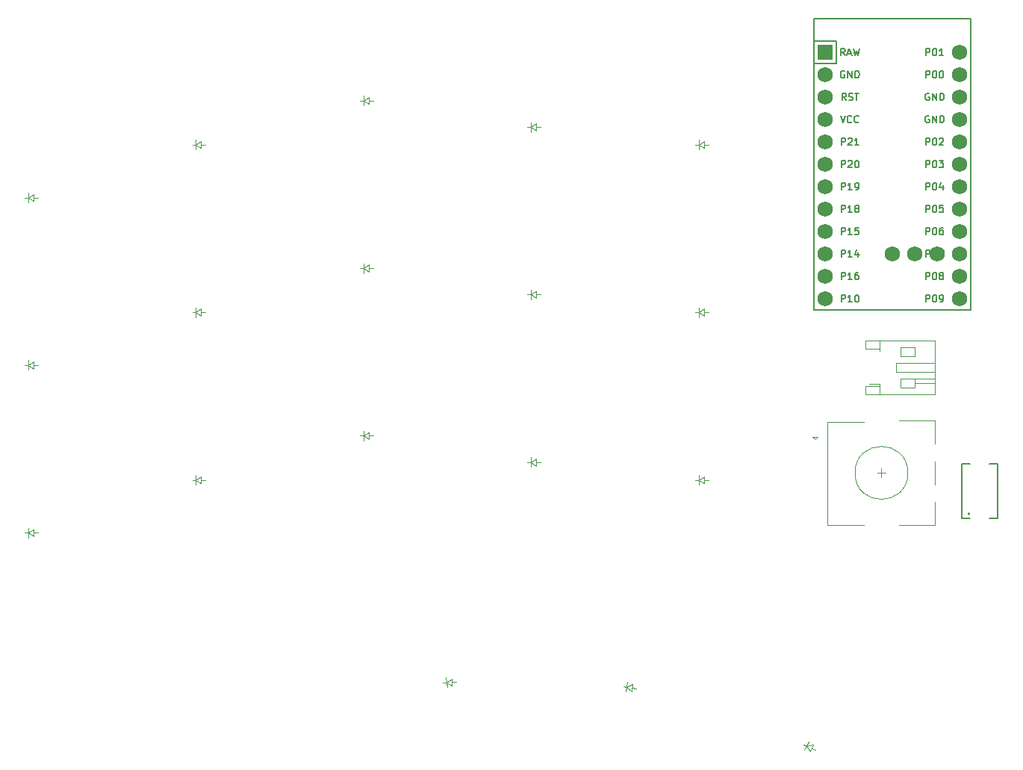
<source format=gbr>
%TF.GenerationSoftware,KiCad,Pcbnew,8.0.1*%
%TF.CreationDate,2024-03-26T11:55:02+01:00*%
%TF.ProjectId,main_board,6d61696e-5f62-46f6-9172-642e6b696361,v1.0.0*%
%TF.SameCoordinates,Original*%
%TF.FileFunction,Legend,Top*%
%TF.FilePolarity,Positive*%
%FSLAX46Y46*%
G04 Gerber Fmt 4.6, Leading zero omitted, Abs format (unit mm)*
G04 Created by KiCad (PCBNEW 8.0.1) date 2024-03-26 11:55:02*
%MOMM*%
%LPD*%
G01*
G04 APERTURE LIST*
%ADD10C,0.150000*%
%ADD11C,0.100000*%
%ADD12C,0.120000*%
%ADD13C,0.200000*%
%ADD14R,1.752600X1.752600*%
%ADD15C,1.752600*%
G04 APERTURE END LIST*
D10*
X282828571Y-55922295D02*
X282828571Y-55122295D01*
X282828571Y-55122295D02*
X283133333Y-55122295D01*
X283133333Y-55122295D02*
X283209523Y-55160390D01*
X283209523Y-55160390D02*
X283247618Y-55198485D01*
X283247618Y-55198485D02*
X283285714Y-55274676D01*
X283285714Y-55274676D02*
X283285714Y-55388961D01*
X283285714Y-55388961D02*
X283247618Y-55465152D01*
X283247618Y-55465152D02*
X283209523Y-55503247D01*
X283209523Y-55503247D02*
X283133333Y-55541342D01*
X283133333Y-55541342D02*
X282828571Y-55541342D01*
X284047618Y-55922295D02*
X283590475Y-55922295D01*
X283819047Y-55922295D02*
X283819047Y-55122295D01*
X283819047Y-55122295D02*
X283742856Y-55236580D01*
X283742856Y-55236580D02*
X283666666Y-55312771D01*
X283666666Y-55312771D02*
X283590475Y-55350866D01*
X284504761Y-55465152D02*
X284428571Y-55427057D01*
X284428571Y-55427057D02*
X284390476Y-55388961D01*
X284390476Y-55388961D02*
X284352380Y-55312771D01*
X284352380Y-55312771D02*
X284352380Y-55274676D01*
X284352380Y-55274676D02*
X284390476Y-55198485D01*
X284390476Y-55198485D02*
X284428571Y-55160390D01*
X284428571Y-55160390D02*
X284504761Y-55122295D01*
X284504761Y-55122295D02*
X284657142Y-55122295D01*
X284657142Y-55122295D02*
X284733333Y-55160390D01*
X284733333Y-55160390D02*
X284771428Y-55198485D01*
X284771428Y-55198485D02*
X284809523Y-55274676D01*
X284809523Y-55274676D02*
X284809523Y-55312771D01*
X284809523Y-55312771D02*
X284771428Y-55388961D01*
X284771428Y-55388961D02*
X284733333Y-55427057D01*
X284733333Y-55427057D02*
X284657142Y-55465152D01*
X284657142Y-55465152D02*
X284504761Y-55465152D01*
X284504761Y-55465152D02*
X284428571Y-55503247D01*
X284428571Y-55503247D02*
X284390476Y-55541342D01*
X284390476Y-55541342D02*
X284352380Y-55617533D01*
X284352380Y-55617533D02*
X284352380Y-55769914D01*
X284352380Y-55769914D02*
X284390476Y-55846104D01*
X284390476Y-55846104D02*
X284428571Y-55884200D01*
X284428571Y-55884200D02*
X284504761Y-55922295D01*
X284504761Y-55922295D02*
X284657142Y-55922295D01*
X284657142Y-55922295D02*
X284733333Y-55884200D01*
X284733333Y-55884200D02*
X284771428Y-55846104D01*
X284771428Y-55846104D02*
X284809523Y-55769914D01*
X284809523Y-55769914D02*
X284809523Y-55617533D01*
X284809523Y-55617533D02*
X284771428Y-55541342D01*
X284771428Y-55541342D02*
X284733333Y-55503247D01*
X284733333Y-55503247D02*
X284657142Y-55465152D01*
X292428571Y-53382295D02*
X292428571Y-52582295D01*
X292428571Y-52582295D02*
X292733333Y-52582295D01*
X292733333Y-52582295D02*
X292809523Y-52620390D01*
X292809523Y-52620390D02*
X292847618Y-52658485D01*
X292847618Y-52658485D02*
X292885714Y-52734676D01*
X292885714Y-52734676D02*
X292885714Y-52848961D01*
X292885714Y-52848961D02*
X292847618Y-52925152D01*
X292847618Y-52925152D02*
X292809523Y-52963247D01*
X292809523Y-52963247D02*
X292733333Y-53001342D01*
X292733333Y-53001342D02*
X292428571Y-53001342D01*
X293380952Y-52582295D02*
X293457142Y-52582295D01*
X293457142Y-52582295D02*
X293533333Y-52620390D01*
X293533333Y-52620390D02*
X293571428Y-52658485D01*
X293571428Y-52658485D02*
X293609523Y-52734676D01*
X293609523Y-52734676D02*
X293647618Y-52887057D01*
X293647618Y-52887057D02*
X293647618Y-53077533D01*
X293647618Y-53077533D02*
X293609523Y-53229914D01*
X293609523Y-53229914D02*
X293571428Y-53306104D01*
X293571428Y-53306104D02*
X293533333Y-53344200D01*
X293533333Y-53344200D02*
X293457142Y-53382295D01*
X293457142Y-53382295D02*
X293380952Y-53382295D01*
X293380952Y-53382295D02*
X293304761Y-53344200D01*
X293304761Y-53344200D02*
X293266666Y-53306104D01*
X293266666Y-53306104D02*
X293228571Y-53229914D01*
X293228571Y-53229914D02*
X293190475Y-53077533D01*
X293190475Y-53077533D02*
X293190475Y-52887057D01*
X293190475Y-52887057D02*
X293228571Y-52734676D01*
X293228571Y-52734676D02*
X293266666Y-52658485D01*
X293266666Y-52658485D02*
X293304761Y-52620390D01*
X293304761Y-52620390D02*
X293380952Y-52582295D01*
X294333333Y-52848961D02*
X294333333Y-53382295D01*
X294142857Y-52544200D02*
X293952380Y-53115628D01*
X293952380Y-53115628D02*
X294447619Y-53115628D01*
X292428571Y-55922295D02*
X292428571Y-55122295D01*
X292428571Y-55122295D02*
X292733333Y-55122295D01*
X292733333Y-55122295D02*
X292809523Y-55160390D01*
X292809523Y-55160390D02*
X292847618Y-55198485D01*
X292847618Y-55198485D02*
X292885714Y-55274676D01*
X292885714Y-55274676D02*
X292885714Y-55388961D01*
X292885714Y-55388961D02*
X292847618Y-55465152D01*
X292847618Y-55465152D02*
X292809523Y-55503247D01*
X292809523Y-55503247D02*
X292733333Y-55541342D01*
X292733333Y-55541342D02*
X292428571Y-55541342D01*
X293380952Y-55122295D02*
X293457142Y-55122295D01*
X293457142Y-55122295D02*
X293533333Y-55160390D01*
X293533333Y-55160390D02*
X293571428Y-55198485D01*
X293571428Y-55198485D02*
X293609523Y-55274676D01*
X293609523Y-55274676D02*
X293647618Y-55427057D01*
X293647618Y-55427057D02*
X293647618Y-55617533D01*
X293647618Y-55617533D02*
X293609523Y-55769914D01*
X293609523Y-55769914D02*
X293571428Y-55846104D01*
X293571428Y-55846104D02*
X293533333Y-55884200D01*
X293533333Y-55884200D02*
X293457142Y-55922295D01*
X293457142Y-55922295D02*
X293380952Y-55922295D01*
X293380952Y-55922295D02*
X293304761Y-55884200D01*
X293304761Y-55884200D02*
X293266666Y-55846104D01*
X293266666Y-55846104D02*
X293228571Y-55769914D01*
X293228571Y-55769914D02*
X293190475Y-55617533D01*
X293190475Y-55617533D02*
X293190475Y-55427057D01*
X293190475Y-55427057D02*
X293228571Y-55274676D01*
X293228571Y-55274676D02*
X293266666Y-55198485D01*
X293266666Y-55198485D02*
X293304761Y-55160390D01*
X293304761Y-55160390D02*
X293380952Y-55122295D01*
X294371428Y-55122295D02*
X293990476Y-55122295D01*
X293990476Y-55122295D02*
X293952380Y-55503247D01*
X293952380Y-55503247D02*
X293990476Y-55465152D01*
X293990476Y-55465152D02*
X294066666Y-55427057D01*
X294066666Y-55427057D02*
X294257142Y-55427057D01*
X294257142Y-55427057D02*
X294333333Y-55465152D01*
X294333333Y-55465152D02*
X294371428Y-55503247D01*
X294371428Y-55503247D02*
X294409523Y-55579438D01*
X294409523Y-55579438D02*
X294409523Y-55769914D01*
X294409523Y-55769914D02*
X294371428Y-55846104D01*
X294371428Y-55846104D02*
X294333333Y-55884200D01*
X294333333Y-55884200D02*
X294257142Y-55922295D01*
X294257142Y-55922295D02*
X294066666Y-55922295D01*
X294066666Y-55922295D02*
X293990476Y-55884200D01*
X293990476Y-55884200D02*
X293952380Y-55846104D01*
X283361905Y-43222295D02*
X283095238Y-42841342D01*
X282904762Y-43222295D02*
X282904762Y-42422295D01*
X282904762Y-42422295D02*
X283209524Y-42422295D01*
X283209524Y-42422295D02*
X283285714Y-42460390D01*
X283285714Y-42460390D02*
X283323809Y-42498485D01*
X283323809Y-42498485D02*
X283361905Y-42574676D01*
X283361905Y-42574676D02*
X283361905Y-42688961D01*
X283361905Y-42688961D02*
X283323809Y-42765152D01*
X283323809Y-42765152D02*
X283285714Y-42803247D01*
X283285714Y-42803247D02*
X283209524Y-42841342D01*
X283209524Y-42841342D02*
X282904762Y-42841342D01*
X283666666Y-43184200D02*
X283780952Y-43222295D01*
X283780952Y-43222295D02*
X283971428Y-43222295D01*
X283971428Y-43222295D02*
X284047619Y-43184200D01*
X284047619Y-43184200D02*
X284085714Y-43146104D01*
X284085714Y-43146104D02*
X284123809Y-43069914D01*
X284123809Y-43069914D02*
X284123809Y-42993723D01*
X284123809Y-42993723D02*
X284085714Y-42917533D01*
X284085714Y-42917533D02*
X284047619Y-42879438D01*
X284047619Y-42879438D02*
X283971428Y-42841342D01*
X283971428Y-42841342D02*
X283819047Y-42803247D01*
X283819047Y-42803247D02*
X283742857Y-42765152D01*
X283742857Y-42765152D02*
X283704762Y-42727057D01*
X283704762Y-42727057D02*
X283666666Y-42650866D01*
X283666666Y-42650866D02*
X283666666Y-42574676D01*
X283666666Y-42574676D02*
X283704762Y-42498485D01*
X283704762Y-42498485D02*
X283742857Y-42460390D01*
X283742857Y-42460390D02*
X283819047Y-42422295D01*
X283819047Y-42422295D02*
X284009524Y-42422295D01*
X284009524Y-42422295D02*
X284123809Y-42460390D01*
X284352381Y-42422295D02*
X284809524Y-42422295D01*
X284580952Y-43222295D02*
X284580952Y-42422295D01*
X282828571Y-58462295D02*
X282828571Y-57662295D01*
X282828571Y-57662295D02*
X283133333Y-57662295D01*
X283133333Y-57662295D02*
X283209523Y-57700390D01*
X283209523Y-57700390D02*
X283247618Y-57738485D01*
X283247618Y-57738485D02*
X283285714Y-57814676D01*
X283285714Y-57814676D02*
X283285714Y-57928961D01*
X283285714Y-57928961D02*
X283247618Y-58005152D01*
X283247618Y-58005152D02*
X283209523Y-58043247D01*
X283209523Y-58043247D02*
X283133333Y-58081342D01*
X283133333Y-58081342D02*
X282828571Y-58081342D01*
X284047618Y-58462295D02*
X283590475Y-58462295D01*
X283819047Y-58462295D02*
X283819047Y-57662295D01*
X283819047Y-57662295D02*
X283742856Y-57776580D01*
X283742856Y-57776580D02*
X283666666Y-57852771D01*
X283666666Y-57852771D02*
X283590475Y-57890866D01*
X284771428Y-57662295D02*
X284390476Y-57662295D01*
X284390476Y-57662295D02*
X284352380Y-58043247D01*
X284352380Y-58043247D02*
X284390476Y-58005152D01*
X284390476Y-58005152D02*
X284466666Y-57967057D01*
X284466666Y-57967057D02*
X284657142Y-57967057D01*
X284657142Y-57967057D02*
X284733333Y-58005152D01*
X284733333Y-58005152D02*
X284771428Y-58043247D01*
X284771428Y-58043247D02*
X284809523Y-58119438D01*
X284809523Y-58119438D02*
X284809523Y-58309914D01*
X284809523Y-58309914D02*
X284771428Y-58386104D01*
X284771428Y-58386104D02*
X284733333Y-58424200D01*
X284733333Y-58424200D02*
X284657142Y-58462295D01*
X284657142Y-58462295D02*
X284466666Y-58462295D01*
X284466666Y-58462295D02*
X284390476Y-58424200D01*
X284390476Y-58424200D02*
X284352380Y-58386104D01*
X282828571Y-53382295D02*
X282828571Y-52582295D01*
X282828571Y-52582295D02*
X283133333Y-52582295D01*
X283133333Y-52582295D02*
X283209523Y-52620390D01*
X283209523Y-52620390D02*
X283247618Y-52658485D01*
X283247618Y-52658485D02*
X283285714Y-52734676D01*
X283285714Y-52734676D02*
X283285714Y-52848961D01*
X283285714Y-52848961D02*
X283247618Y-52925152D01*
X283247618Y-52925152D02*
X283209523Y-52963247D01*
X283209523Y-52963247D02*
X283133333Y-53001342D01*
X283133333Y-53001342D02*
X282828571Y-53001342D01*
X284047618Y-53382295D02*
X283590475Y-53382295D01*
X283819047Y-53382295D02*
X283819047Y-52582295D01*
X283819047Y-52582295D02*
X283742856Y-52696580D01*
X283742856Y-52696580D02*
X283666666Y-52772771D01*
X283666666Y-52772771D02*
X283590475Y-52810866D01*
X284428571Y-53382295D02*
X284580952Y-53382295D01*
X284580952Y-53382295D02*
X284657142Y-53344200D01*
X284657142Y-53344200D02*
X284695238Y-53306104D01*
X284695238Y-53306104D02*
X284771428Y-53191819D01*
X284771428Y-53191819D02*
X284809523Y-53039438D01*
X284809523Y-53039438D02*
X284809523Y-52734676D01*
X284809523Y-52734676D02*
X284771428Y-52658485D01*
X284771428Y-52658485D02*
X284733333Y-52620390D01*
X284733333Y-52620390D02*
X284657142Y-52582295D01*
X284657142Y-52582295D02*
X284504761Y-52582295D01*
X284504761Y-52582295D02*
X284428571Y-52620390D01*
X284428571Y-52620390D02*
X284390476Y-52658485D01*
X284390476Y-52658485D02*
X284352380Y-52734676D01*
X284352380Y-52734676D02*
X284352380Y-52925152D01*
X284352380Y-52925152D02*
X284390476Y-53001342D01*
X284390476Y-53001342D02*
X284428571Y-53039438D01*
X284428571Y-53039438D02*
X284504761Y-53077533D01*
X284504761Y-53077533D02*
X284657142Y-53077533D01*
X284657142Y-53077533D02*
X284733333Y-53039438D01*
X284733333Y-53039438D02*
X284771428Y-53001342D01*
X284771428Y-53001342D02*
X284809523Y-52925152D01*
X292428571Y-38142295D02*
X292428571Y-37342295D01*
X292428571Y-37342295D02*
X292733333Y-37342295D01*
X292733333Y-37342295D02*
X292809523Y-37380390D01*
X292809523Y-37380390D02*
X292847618Y-37418485D01*
X292847618Y-37418485D02*
X292885714Y-37494676D01*
X292885714Y-37494676D02*
X292885714Y-37608961D01*
X292885714Y-37608961D02*
X292847618Y-37685152D01*
X292847618Y-37685152D02*
X292809523Y-37723247D01*
X292809523Y-37723247D02*
X292733333Y-37761342D01*
X292733333Y-37761342D02*
X292428571Y-37761342D01*
X293380952Y-37342295D02*
X293457142Y-37342295D01*
X293457142Y-37342295D02*
X293533333Y-37380390D01*
X293533333Y-37380390D02*
X293571428Y-37418485D01*
X293571428Y-37418485D02*
X293609523Y-37494676D01*
X293609523Y-37494676D02*
X293647618Y-37647057D01*
X293647618Y-37647057D02*
X293647618Y-37837533D01*
X293647618Y-37837533D02*
X293609523Y-37989914D01*
X293609523Y-37989914D02*
X293571428Y-38066104D01*
X293571428Y-38066104D02*
X293533333Y-38104200D01*
X293533333Y-38104200D02*
X293457142Y-38142295D01*
X293457142Y-38142295D02*
X293380952Y-38142295D01*
X293380952Y-38142295D02*
X293304761Y-38104200D01*
X293304761Y-38104200D02*
X293266666Y-38066104D01*
X293266666Y-38066104D02*
X293228571Y-37989914D01*
X293228571Y-37989914D02*
X293190475Y-37837533D01*
X293190475Y-37837533D02*
X293190475Y-37647057D01*
X293190475Y-37647057D02*
X293228571Y-37494676D01*
X293228571Y-37494676D02*
X293266666Y-37418485D01*
X293266666Y-37418485D02*
X293304761Y-37380390D01*
X293304761Y-37380390D02*
X293380952Y-37342295D01*
X294409523Y-38142295D02*
X293952380Y-38142295D01*
X294180952Y-38142295D02*
X294180952Y-37342295D01*
X294180952Y-37342295D02*
X294104761Y-37456580D01*
X294104761Y-37456580D02*
X294028571Y-37532771D01*
X294028571Y-37532771D02*
X293952380Y-37570866D01*
X283190476Y-39920390D02*
X283114286Y-39882295D01*
X283114286Y-39882295D02*
X283000000Y-39882295D01*
X283000000Y-39882295D02*
X282885714Y-39920390D01*
X282885714Y-39920390D02*
X282809524Y-39996580D01*
X282809524Y-39996580D02*
X282771429Y-40072771D01*
X282771429Y-40072771D02*
X282733333Y-40225152D01*
X282733333Y-40225152D02*
X282733333Y-40339438D01*
X282733333Y-40339438D02*
X282771429Y-40491819D01*
X282771429Y-40491819D02*
X282809524Y-40568009D01*
X282809524Y-40568009D02*
X282885714Y-40644200D01*
X282885714Y-40644200D02*
X283000000Y-40682295D01*
X283000000Y-40682295D02*
X283076191Y-40682295D01*
X283076191Y-40682295D02*
X283190476Y-40644200D01*
X283190476Y-40644200D02*
X283228572Y-40606104D01*
X283228572Y-40606104D02*
X283228572Y-40339438D01*
X283228572Y-40339438D02*
X283076191Y-40339438D01*
X283571429Y-40682295D02*
X283571429Y-39882295D01*
X283571429Y-39882295D02*
X284028572Y-40682295D01*
X284028572Y-40682295D02*
X284028572Y-39882295D01*
X284409524Y-40682295D02*
X284409524Y-39882295D01*
X284409524Y-39882295D02*
X284600000Y-39882295D01*
X284600000Y-39882295D02*
X284714286Y-39920390D01*
X284714286Y-39920390D02*
X284790476Y-39996580D01*
X284790476Y-39996580D02*
X284828571Y-40072771D01*
X284828571Y-40072771D02*
X284866667Y-40225152D01*
X284866667Y-40225152D02*
X284866667Y-40339438D01*
X284866667Y-40339438D02*
X284828571Y-40491819D01*
X284828571Y-40491819D02*
X284790476Y-40568009D01*
X284790476Y-40568009D02*
X284714286Y-40644200D01*
X284714286Y-40644200D02*
X284600000Y-40682295D01*
X284600000Y-40682295D02*
X284409524Y-40682295D01*
X282828571Y-63542295D02*
X282828571Y-62742295D01*
X282828571Y-62742295D02*
X283133333Y-62742295D01*
X283133333Y-62742295D02*
X283209523Y-62780390D01*
X283209523Y-62780390D02*
X283247618Y-62818485D01*
X283247618Y-62818485D02*
X283285714Y-62894676D01*
X283285714Y-62894676D02*
X283285714Y-63008961D01*
X283285714Y-63008961D02*
X283247618Y-63085152D01*
X283247618Y-63085152D02*
X283209523Y-63123247D01*
X283209523Y-63123247D02*
X283133333Y-63161342D01*
X283133333Y-63161342D02*
X282828571Y-63161342D01*
X284047618Y-63542295D02*
X283590475Y-63542295D01*
X283819047Y-63542295D02*
X283819047Y-62742295D01*
X283819047Y-62742295D02*
X283742856Y-62856580D01*
X283742856Y-62856580D02*
X283666666Y-62932771D01*
X283666666Y-62932771D02*
X283590475Y-62970866D01*
X284733333Y-62742295D02*
X284580952Y-62742295D01*
X284580952Y-62742295D02*
X284504761Y-62780390D01*
X284504761Y-62780390D02*
X284466666Y-62818485D01*
X284466666Y-62818485D02*
X284390476Y-62932771D01*
X284390476Y-62932771D02*
X284352380Y-63085152D01*
X284352380Y-63085152D02*
X284352380Y-63389914D01*
X284352380Y-63389914D02*
X284390476Y-63466104D01*
X284390476Y-63466104D02*
X284428571Y-63504200D01*
X284428571Y-63504200D02*
X284504761Y-63542295D01*
X284504761Y-63542295D02*
X284657142Y-63542295D01*
X284657142Y-63542295D02*
X284733333Y-63504200D01*
X284733333Y-63504200D02*
X284771428Y-63466104D01*
X284771428Y-63466104D02*
X284809523Y-63389914D01*
X284809523Y-63389914D02*
X284809523Y-63199438D01*
X284809523Y-63199438D02*
X284771428Y-63123247D01*
X284771428Y-63123247D02*
X284733333Y-63085152D01*
X284733333Y-63085152D02*
X284657142Y-63047057D01*
X284657142Y-63047057D02*
X284504761Y-63047057D01*
X284504761Y-63047057D02*
X284428571Y-63085152D01*
X284428571Y-63085152D02*
X284390476Y-63123247D01*
X284390476Y-63123247D02*
X284352380Y-63199438D01*
X282828571Y-48302295D02*
X282828571Y-47502295D01*
X282828571Y-47502295D02*
X283133333Y-47502295D01*
X283133333Y-47502295D02*
X283209523Y-47540390D01*
X283209523Y-47540390D02*
X283247618Y-47578485D01*
X283247618Y-47578485D02*
X283285714Y-47654676D01*
X283285714Y-47654676D02*
X283285714Y-47768961D01*
X283285714Y-47768961D02*
X283247618Y-47845152D01*
X283247618Y-47845152D02*
X283209523Y-47883247D01*
X283209523Y-47883247D02*
X283133333Y-47921342D01*
X283133333Y-47921342D02*
X282828571Y-47921342D01*
X283590475Y-47578485D02*
X283628571Y-47540390D01*
X283628571Y-47540390D02*
X283704761Y-47502295D01*
X283704761Y-47502295D02*
X283895237Y-47502295D01*
X283895237Y-47502295D02*
X283971428Y-47540390D01*
X283971428Y-47540390D02*
X284009523Y-47578485D01*
X284009523Y-47578485D02*
X284047618Y-47654676D01*
X284047618Y-47654676D02*
X284047618Y-47730866D01*
X284047618Y-47730866D02*
X284009523Y-47845152D01*
X284009523Y-47845152D02*
X283552380Y-48302295D01*
X283552380Y-48302295D02*
X284047618Y-48302295D01*
X284809523Y-48302295D02*
X284352380Y-48302295D01*
X284580952Y-48302295D02*
X284580952Y-47502295D01*
X284580952Y-47502295D02*
X284504761Y-47616580D01*
X284504761Y-47616580D02*
X284428571Y-47692771D01*
X284428571Y-47692771D02*
X284352380Y-47730866D01*
X292428571Y-61002295D02*
X292428571Y-60202295D01*
X292428571Y-60202295D02*
X292733333Y-60202295D01*
X292733333Y-60202295D02*
X292809523Y-60240390D01*
X292809523Y-60240390D02*
X292847618Y-60278485D01*
X292847618Y-60278485D02*
X292885714Y-60354676D01*
X292885714Y-60354676D02*
X292885714Y-60468961D01*
X292885714Y-60468961D02*
X292847618Y-60545152D01*
X292847618Y-60545152D02*
X292809523Y-60583247D01*
X292809523Y-60583247D02*
X292733333Y-60621342D01*
X292733333Y-60621342D02*
X292428571Y-60621342D01*
X293380952Y-60202295D02*
X293457142Y-60202295D01*
X293457142Y-60202295D02*
X293533333Y-60240390D01*
X293533333Y-60240390D02*
X293571428Y-60278485D01*
X293571428Y-60278485D02*
X293609523Y-60354676D01*
X293609523Y-60354676D02*
X293647618Y-60507057D01*
X293647618Y-60507057D02*
X293647618Y-60697533D01*
X293647618Y-60697533D02*
X293609523Y-60849914D01*
X293609523Y-60849914D02*
X293571428Y-60926104D01*
X293571428Y-60926104D02*
X293533333Y-60964200D01*
X293533333Y-60964200D02*
X293457142Y-61002295D01*
X293457142Y-61002295D02*
X293380952Y-61002295D01*
X293380952Y-61002295D02*
X293304761Y-60964200D01*
X293304761Y-60964200D02*
X293266666Y-60926104D01*
X293266666Y-60926104D02*
X293228571Y-60849914D01*
X293228571Y-60849914D02*
X293190475Y-60697533D01*
X293190475Y-60697533D02*
X293190475Y-60507057D01*
X293190475Y-60507057D02*
X293228571Y-60354676D01*
X293228571Y-60354676D02*
X293266666Y-60278485D01*
X293266666Y-60278485D02*
X293304761Y-60240390D01*
X293304761Y-60240390D02*
X293380952Y-60202295D01*
X293914285Y-60202295D02*
X294447619Y-60202295D01*
X294447619Y-60202295D02*
X294104761Y-61002295D01*
X292428571Y-48302295D02*
X292428571Y-47502295D01*
X292428571Y-47502295D02*
X292733333Y-47502295D01*
X292733333Y-47502295D02*
X292809523Y-47540390D01*
X292809523Y-47540390D02*
X292847618Y-47578485D01*
X292847618Y-47578485D02*
X292885714Y-47654676D01*
X292885714Y-47654676D02*
X292885714Y-47768961D01*
X292885714Y-47768961D02*
X292847618Y-47845152D01*
X292847618Y-47845152D02*
X292809523Y-47883247D01*
X292809523Y-47883247D02*
X292733333Y-47921342D01*
X292733333Y-47921342D02*
X292428571Y-47921342D01*
X293380952Y-47502295D02*
X293457142Y-47502295D01*
X293457142Y-47502295D02*
X293533333Y-47540390D01*
X293533333Y-47540390D02*
X293571428Y-47578485D01*
X293571428Y-47578485D02*
X293609523Y-47654676D01*
X293609523Y-47654676D02*
X293647618Y-47807057D01*
X293647618Y-47807057D02*
X293647618Y-47997533D01*
X293647618Y-47997533D02*
X293609523Y-48149914D01*
X293609523Y-48149914D02*
X293571428Y-48226104D01*
X293571428Y-48226104D02*
X293533333Y-48264200D01*
X293533333Y-48264200D02*
X293457142Y-48302295D01*
X293457142Y-48302295D02*
X293380952Y-48302295D01*
X293380952Y-48302295D02*
X293304761Y-48264200D01*
X293304761Y-48264200D02*
X293266666Y-48226104D01*
X293266666Y-48226104D02*
X293228571Y-48149914D01*
X293228571Y-48149914D02*
X293190475Y-47997533D01*
X293190475Y-47997533D02*
X293190475Y-47807057D01*
X293190475Y-47807057D02*
X293228571Y-47654676D01*
X293228571Y-47654676D02*
X293266666Y-47578485D01*
X293266666Y-47578485D02*
X293304761Y-47540390D01*
X293304761Y-47540390D02*
X293380952Y-47502295D01*
X293952380Y-47578485D02*
X293990476Y-47540390D01*
X293990476Y-47540390D02*
X294066666Y-47502295D01*
X294066666Y-47502295D02*
X294257142Y-47502295D01*
X294257142Y-47502295D02*
X294333333Y-47540390D01*
X294333333Y-47540390D02*
X294371428Y-47578485D01*
X294371428Y-47578485D02*
X294409523Y-47654676D01*
X294409523Y-47654676D02*
X294409523Y-47730866D01*
X294409523Y-47730866D02*
X294371428Y-47845152D01*
X294371428Y-47845152D02*
X293914285Y-48302295D01*
X293914285Y-48302295D02*
X294409523Y-48302295D01*
X282828571Y-50842295D02*
X282828571Y-50042295D01*
X282828571Y-50042295D02*
X283133333Y-50042295D01*
X283133333Y-50042295D02*
X283209523Y-50080390D01*
X283209523Y-50080390D02*
X283247618Y-50118485D01*
X283247618Y-50118485D02*
X283285714Y-50194676D01*
X283285714Y-50194676D02*
X283285714Y-50308961D01*
X283285714Y-50308961D02*
X283247618Y-50385152D01*
X283247618Y-50385152D02*
X283209523Y-50423247D01*
X283209523Y-50423247D02*
X283133333Y-50461342D01*
X283133333Y-50461342D02*
X282828571Y-50461342D01*
X283590475Y-50118485D02*
X283628571Y-50080390D01*
X283628571Y-50080390D02*
X283704761Y-50042295D01*
X283704761Y-50042295D02*
X283895237Y-50042295D01*
X283895237Y-50042295D02*
X283971428Y-50080390D01*
X283971428Y-50080390D02*
X284009523Y-50118485D01*
X284009523Y-50118485D02*
X284047618Y-50194676D01*
X284047618Y-50194676D02*
X284047618Y-50270866D01*
X284047618Y-50270866D02*
X284009523Y-50385152D01*
X284009523Y-50385152D02*
X283552380Y-50842295D01*
X283552380Y-50842295D02*
X284047618Y-50842295D01*
X284542857Y-50042295D02*
X284619047Y-50042295D01*
X284619047Y-50042295D02*
X284695238Y-50080390D01*
X284695238Y-50080390D02*
X284733333Y-50118485D01*
X284733333Y-50118485D02*
X284771428Y-50194676D01*
X284771428Y-50194676D02*
X284809523Y-50347057D01*
X284809523Y-50347057D02*
X284809523Y-50537533D01*
X284809523Y-50537533D02*
X284771428Y-50689914D01*
X284771428Y-50689914D02*
X284733333Y-50766104D01*
X284733333Y-50766104D02*
X284695238Y-50804200D01*
X284695238Y-50804200D02*
X284619047Y-50842295D01*
X284619047Y-50842295D02*
X284542857Y-50842295D01*
X284542857Y-50842295D02*
X284466666Y-50804200D01*
X284466666Y-50804200D02*
X284428571Y-50766104D01*
X284428571Y-50766104D02*
X284390476Y-50689914D01*
X284390476Y-50689914D02*
X284352380Y-50537533D01*
X284352380Y-50537533D02*
X284352380Y-50347057D01*
X284352380Y-50347057D02*
X284390476Y-50194676D01*
X284390476Y-50194676D02*
X284428571Y-50118485D01*
X284428571Y-50118485D02*
X284466666Y-50080390D01*
X284466666Y-50080390D02*
X284542857Y-50042295D01*
X292428571Y-63542295D02*
X292428571Y-62742295D01*
X292428571Y-62742295D02*
X292733333Y-62742295D01*
X292733333Y-62742295D02*
X292809523Y-62780390D01*
X292809523Y-62780390D02*
X292847618Y-62818485D01*
X292847618Y-62818485D02*
X292885714Y-62894676D01*
X292885714Y-62894676D02*
X292885714Y-63008961D01*
X292885714Y-63008961D02*
X292847618Y-63085152D01*
X292847618Y-63085152D02*
X292809523Y-63123247D01*
X292809523Y-63123247D02*
X292733333Y-63161342D01*
X292733333Y-63161342D02*
X292428571Y-63161342D01*
X293380952Y-62742295D02*
X293457142Y-62742295D01*
X293457142Y-62742295D02*
X293533333Y-62780390D01*
X293533333Y-62780390D02*
X293571428Y-62818485D01*
X293571428Y-62818485D02*
X293609523Y-62894676D01*
X293609523Y-62894676D02*
X293647618Y-63047057D01*
X293647618Y-63047057D02*
X293647618Y-63237533D01*
X293647618Y-63237533D02*
X293609523Y-63389914D01*
X293609523Y-63389914D02*
X293571428Y-63466104D01*
X293571428Y-63466104D02*
X293533333Y-63504200D01*
X293533333Y-63504200D02*
X293457142Y-63542295D01*
X293457142Y-63542295D02*
X293380952Y-63542295D01*
X293380952Y-63542295D02*
X293304761Y-63504200D01*
X293304761Y-63504200D02*
X293266666Y-63466104D01*
X293266666Y-63466104D02*
X293228571Y-63389914D01*
X293228571Y-63389914D02*
X293190475Y-63237533D01*
X293190475Y-63237533D02*
X293190475Y-63047057D01*
X293190475Y-63047057D02*
X293228571Y-62894676D01*
X293228571Y-62894676D02*
X293266666Y-62818485D01*
X293266666Y-62818485D02*
X293304761Y-62780390D01*
X293304761Y-62780390D02*
X293380952Y-62742295D01*
X294104761Y-63085152D02*
X294028571Y-63047057D01*
X294028571Y-63047057D02*
X293990476Y-63008961D01*
X293990476Y-63008961D02*
X293952380Y-62932771D01*
X293952380Y-62932771D02*
X293952380Y-62894676D01*
X293952380Y-62894676D02*
X293990476Y-62818485D01*
X293990476Y-62818485D02*
X294028571Y-62780390D01*
X294028571Y-62780390D02*
X294104761Y-62742295D01*
X294104761Y-62742295D02*
X294257142Y-62742295D01*
X294257142Y-62742295D02*
X294333333Y-62780390D01*
X294333333Y-62780390D02*
X294371428Y-62818485D01*
X294371428Y-62818485D02*
X294409523Y-62894676D01*
X294409523Y-62894676D02*
X294409523Y-62932771D01*
X294409523Y-62932771D02*
X294371428Y-63008961D01*
X294371428Y-63008961D02*
X294333333Y-63047057D01*
X294333333Y-63047057D02*
X294257142Y-63085152D01*
X294257142Y-63085152D02*
X294104761Y-63085152D01*
X294104761Y-63085152D02*
X294028571Y-63123247D01*
X294028571Y-63123247D02*
X293990476Y-63161342D01*
X293990476Y-63161342D02*
X293952380Y-63237533D01*
X293952380Y-63237533D02*
X293952380Y-63389914D01*
X293952380Y-63389914D02*
X293990476Y-63466104D01*
X293990476Y-63466104D02*
X294028571Y-63504200D01*
X294028571Y-63504200D02*
X294104761Y-63542295D01*
X294104761Y-63542295D02*
X294257142Y-63542295D01*
X294257142Y-63542295D02*
X294333333Y-63504200D01*
X294333333Y-63504200D02*
X294371428Y-63466104D01*
X294371428Y-63466104D02*
X294409523Y-63389914D01*
X294409523Y-63389914D02*
X294409523Y-63237533D01*
X294409523Y-63237533D02*
X294371428Y-63161342D01*
X294371428Y-63161342D02*
X294333333Y-63123247D01*
X294333333Y-63123247D02*
X294257142Y-63085152D01*
X282733333Y-44962295D02*
X283000000Y-45762295D01*
X283000000Y-45762295D02*
X283266666Y-44962295D01*
X283990476Y-45686104D02*
X283952380Y-45724200D01*
X283952380Y-45724200D02*
X283838095Y-45762295D01*
X283838095Y-45762295D02*
X283761904Y-45762295D01*
X283761904Y-45762295D02*
X283647618Y-45724200D01*
X283647618Y-45724200D02*
X283571428Y-45648009D01*
X283571428Y-45648009D02*
X283533333Y-45571819D01*
X283533333Y-45571819D02*
X283495237Y-45419438D01*
X283495237Y-45419438D02*
X283495237Y-45305152D01*
X283495237Y-45305152D02*
X283533333Y-45152771D01*
X283533333Y-45152771D02*
X283571428Y-45076580D01*
X283571428Y-45076580D02*
X283647618Y-45000390D01*
X283647618Y-45000390D02*
X283761904Y-44962295D01*
X283761904Y-44962295D02*
X283838095Y-44962295D01*
X283838095Y-44962295D02*
X283952380Y-45000390D01*
X283952380Y-45000390D02*
X283990476Y-45038485D01*
X284790476Y-45686104D02*
X284752380Y-45724200D01*
X284752380Y-45724200D02*
X284638095Y-45762295D01*
X284638095Y-45762295D02*
X284561904Y-45762295D01*
X284561904Y-45762295D02*
X284447618Y-45724200D01*
X284447618Y-45724200D02*
X284371428Y-45648009D01*
X284371428Y-45648009D02*
X284333333Y-45571819D01*
X284333333Y-45571819D02*
X284295237Y-45419438D01*
X284295237Y-45419438D02*
X284295237Y-45305152D01*
X284295237Y-45305152D02*
X284333333Y-45152771D01*
X284333333Y-45152771D02*
X284371428Y-45076580D01*
X284371428Y-45076580D02*
X284447618Y-45000390D01*
X284447618Y-45000390D02*
X284561904Y-44962295D01*
X284561904Y-44962295D02*
X284638095Y-44962295D01*
X284638095Y-44962295D02*
X284752380Y-45000390D01*
X284752380Y-45000390D02*
X284790476Y-45038485D01*
X292428571Y-40682295D02*
X292428571Y-39882295D01*
X292428571Y-39882295D02*
X292733333Y-39882295D01*
X292733333Y-39882295D02*
X292809523Y-39920390D01*
X292809523Y-39920390D02*
X292847618Y-39958485D01*
X292847618Y-39958485D02*
X292885714Y-40034676D01*
X292885714Y-40034676D02*
X292885714Y-40148961D01*
X292885714Y-40148961D02*
X292847618Y-40225152D01*
X292847618Y-40225152D02*
X292809523Y-40263247D01*
X292809523Y-40263247D02*
X292733333Y-40301342D01*
X292733333Y-40301342D02*
X292428571Y-40301342D01*
X293380952Y-39882295D02*
X293457142Y-39882295D01*
X293457142Y-39882295D02*
X293533333Y-39920390D01*
X293533333Y-39920390D02*
X293571428Y-39958485D01*
X293571428Y-39958485D02*
X293609523Y-40034676D01*
X293609523Y-40034676D02*
X293647618Y-40187057D01*
X293647618Y-40187057D02*
X293647618Y-40377533D01*
X293647618Y-40377533D02*
X293609523Y-40529914D01*
X293609523Y-40529914D02*
X293571428Y-40606104D01*
X293571428Y-40606104D02*
X293533333Y-40644200D01*
X293533333Y-40644200D02*
X293457142Y-40682295D01*
X293457142Y-40682295D02*
X293380952Y-40682295D01*
X293380952Y-40682295D02*
X293304761Y-40644200D01*
X293304761Y-40644200D02*
X293266666Y-40606104D01*
X293266666Y-40606104D02*
X293228571Y-40529914D01*
X293228571Y-40529914D02*
X293190475Y-40377533D01*
X293190475Y-40377533D02*
X293190475Y-40187057D01*
X293190475Y-40187057D02*
X293228571Y-40034676D01*
X293228571Y-40034676D02*
X293266666Y-39958485D01*
X293266666Y-39958485D02*
X293304761Y-39920390D01*
X293304761Y-39920390D02*
X293380952Y-39882295D01*
X294142857Y-39882295D02*
X294219047Y-39882295D01*
X294219047Y-39882295D02*
X294295238Y-39920390D01*
X294295238Y-39920390D02*
X294333333Y-39958485D01*
X294333333Y-39958485D02*
X294371428Y-40034676D01*
X294371428Y-40034676D02*
X294409523Y-40187057D01*
X294409523Y-40187057D02*
X294409523Y-40377533D01*
X294409523Y-40377533D02*
X294371428Y-40529914D01*
X294371428Y-40529914D02*
X294333333Y-40606104D01*
X294333333Y-40606104D02*
X294295238Y-40644200D01*
X294295238Y-40644200D02*
X294219047Y-40682295D01*
X294219047Y-40682295D02*
X294142857Y-40682295D01*
X294142857Y-40682295D02*
X294066666Y-40644200D01*
X294066666Y-40644200D02*
X294028571Y-40606104D01*
X294028571Y-40606104D02*
X293990476Y-40529914D01*
X293990476Y-40529914D02*
X293952380Y-40377533D01*
X293952380Y-40377533D02*
X293952380Y-40187057D01*
X293952380Y-40187057D02*
X293990476Y-40034676D01*
X293990476Y-40034676D02*
X294028571Y-39958485D01*
X294028571Y-39958485D02*
X294066666Y-39920390D01*
X294066666Y-39920390D02*
X294142857Y-39882295D01*
X292428571Y-58462295D02*
X292428571Y-57662295D01*
X292428571Y-57662295D02*
X292733333Y-57662295D01*
X292733333Y-57662295D02*
X292809523Y-57700390D01*
X292809523Y-57700390D02*
X292847618Y-57738485D01*
X292847618Y-57738485D02*
X292885714Y-57814676D01*
X292885714Y-57814676D02*
X292885714Y-57928961D01*
X292885714Y-57928961D02*
X292847618Y-58005152D01*
X292847618Y-58005152D02*
X292809523Y-58043247D01*
X292809523Y-58043247D02*
X292733333Y-58081342D01*
X292733333Y-58081342D02*
X292428571Y-58081342D01*
X293380952Y-57662295D02*
X293457142Y-57662295D01*
X293457142Y-57662295D02*
X293533333Y-57700390D01*
X293533333Y-57700390D02*
X293571428Y-57738485D01*
X293571428Y-57738485D02*
X293609523Y-57814676D01*
X293609523Y-57814676D02*
X293647618Y-57967057D01*
X293647618Y-57967057D02*
X293647618Y-58157533D01*
X293647618Y-58157533D02*
X293609523Y-58309914D01*
X293609523Y-58309914D02*
X293571428Y-58386104D01*
X293571428Y-58386104D02*
X293533333Y-58424200D01*
X293533333Y-58424200D02*
X293457142Y-58462295D01*
X293457142Y-58462295D02*
X293380952Y-58462295D01*
X293380952Y-58462295D02*
X293304761Y-58424200D01*
X293304761Y-58424200D02*
X293266666Y-58386104D01*
X293266666Y-58386104D02*
X293228571Y-58309914D01*
X293228571Y-58309914D02*
X293190475Y-58157533D01*
X293190475Y-58157533D02*
X293190475Y-57967057D01*
X293190475Y-57967057D02*
X293228571Y-57814676D01*
X293228571Y-57814676D02*
X293266666Y-57738485D01*
X293266666Y-57738485D02*
X293304761Y-57700390D01*
X293304761Y-57700390D02*
X293380952Y-57662295D01*
X294333333Y-57662295D02*
X294180952Y-57662295D01*
X294180952Y-57662295D02*
X294104761Y-57700390D01*
X294104761Y-57700390D02*
X294066666Y-57738485D01*
X294066666Y-57738485D02*
X293990476Y-57852771D01*
X293990476Y-57852771D02*
X293952380Y-58005152D01*
X293952380Y-58005152D02*
X293952380Y-58309914D01*
X293952380Y-58309914D02*
X293990476Y-58386104D01*
X293990476Y-58386104D02*
X294028571Y-58424200D01*
X294028571Y-58424200D02*
X294104761Y-58462295D01*
X294104761Y-58462295D02*
X294257142Y-58462295D01*
X294257142Y-58462295D02*
X294333333Y-58424200D01*
X294333333Y-58424200D02*
X294371428Y-58386104D01*
X294371428Y-58386104D02*
X294409523Y-58309914D01*
X294409523Y-58309914D02*
X294409523Y-58119438D01*
X294409523Y-58119438D02*
X294371428Y-58043247D01*
X294371428Y-58043247D02*
X294333333Y-58005152D01*
X294333333Y-58005152D02*
X294257142Y-57967057D01*
X294257142Y-57967057D02*
X294104761Y-57967057D01*
X294104761Y-57967057D02*
X294028571Y-58005152D01*
X294028571Y-58005152D02*
X293990476Y-58043247D01*
X293990476Y-58043247D02*
X293952380Y-58119438D01*
X283247619Y-38142295D02*
X282980952Y-37761342D01*
X282790476Y-38142295D02*
X282790476Y-37342295D01*
X282790476Y-37342295D02*
X283095238Y-37342295D01*
X283095238Y-37342295D02*
X283171428Y-37380390D01*
X283171428Y-37380390D02*
X283209523Y-37418485D01*
X283209523Y-37418485D02*
X283247619Y-37494676D01*
X283247619Y-37494676D02*
X283247619Y-37608961D01*
X283247619Y-37608961D02*
X283209523Y-37685152D01*
X283209523Y-37685152D02*
X283171428Y-37723247D01*
X283171428Y-37723247D02*
X283095238Y-37761342D01*
X283095238Y-37761342D02*
X282790476Y-37761342D01*
X283552380Y-37913723D02*
X283933333Y-37913723D01*
X283476190Y-38142295D02*
X283742857Y-37342295D01*
X283742857Y-37342295D02*
X284009523Y-38142295D01*
X284199999Y-37342295D02*
X284390475Y-38142295D01*
X284390475Y-38142295D02*
X284542856Y-37570866D01*
X284542856Y-37570866D02*
X284695237Y-38142295D01*
X284695237Y-38142295D02*
X284885714Y-37342295D01*
X292790476Y-42460390D02*
X292714286Y-42422295D01*
X292714286Y-42422295D02*
X292600000Y-42422295D01*
X292600000Y-42422295D02*
X292485714Y-42460390D01*
X292485714Y-42460390D02*
X292409524Y-42536580D01*
X292409524Y-42536580D02*
X292371429Y-42612771D01*
X292371429Y-42612771D02*
X292333333Y-42765152D01*
X292333333Y-42765152D02*
X292333333Y-42879438D01*
X292333333Y-42879438D02*
X292371429Y-43031819D01*
X292371429Y-43031819D02*
X292409524Y-43108009D01*
X292409524Y-43108009D02*
X292485714Y-43184200D01*
X292485714Y-43184200D02*
X292600000Y-43222295D01*
X292600000Y-43222295D02*
X292676191Y-43222295D01*
X292676191Y-43222295D02*
X292790476Y-43184200D01*
X292790476Y-43184200D02*
X292828572Y-43146104D01*
X292828572Y-43146104D02*
X292828572Y-42879438D01*
X292828572Y-42879438D02*
X292676191Y-42879438D01*
X293171429Y-43222295D02*
X293171429Y-42422295D01*
X293171429Y-42422295D02*
X293628572Y-43222295D01*
X293628572Y-43222295D02*
X293628572Y-42422295D01*
X294009524Y-43222295D02*
X294009524Y-42422295D01*
X294009524Y-42422295D02*
X294200000Y-42422295D01*
X294200000Y-42422295D02*
X294314286Y-42460390D01*
X294314286Y-42460390D02*
X294390476Y-42536580D01*
X294390476Y-42536580D02*
X294428571Y-42612771D01*
X294428571Y-42612771D02*
X294466667Y-42765152D01*
X294466667Y-42765152D02*
X294466667Y-42879438D01*
X294466667Y-42879438D02*
X294428571Y-43031819D01*
X294428571Y-43031819D02*
X294390476Y-43108009D01*
X294390476Y-43108009D02*
X294314286Y-43184200D01*
X294314286Y-43184200D02*
X294200000Y-43222295D01*
X294200000Y-43222295D02*
X294009524Y-43222295D01*
X292428571Y-50842295D02*
X292428571Y-50042295D01*
X292428571Y-50042295D02*
X292733333Y-50042295D01*
X292733333Y-50042295D02*
X292809523Y-50080390D01*
X292809523Y-50080390D02*
X292847618Y-50118485D01*
X292847618Y-50118485D02*
X292885714Y-50194676D01*
X292885714Y-50194676D02*
X292885714Y-50308961D01*
X292885714Y-50308961D02*
X292847618Y-50385152D01*
X292847618Y-50385152D02*
X292809523Y-50423247D01*
X292809523Y-50423247D02*
X292733333Y-50461342D01*
X292733333Y-50461342D02*
X292428571Y-50461342D01*
X293380952Y-50042295D02*
X293457142Y-50042295D01*
X293457142Y-50042295D02*
X293533333Y-50080390D01*
X293533333Y-50080390D02*
X293571428Y-50118485D01*
X293571428Y-50118485D02*
X293609523Y-50194676D01*
X293609523Y-50194676D02*
X293647618Y-50347057D01*
X293647618Y-50347057D02*
X293647618Y-50537533D01*
X293647618Y-50537533D02*
X293609523Y-50689914D01*
X293609523Y-50689914D02*
X293571428Y-50766104D01*
X293571428Y-50766104D02*
X293533333Y-50804200D01*
X293533333Y-50804200D02*
X293457142Y-50842295D01*
X293457142Y-50842295D02*
X293380952Y-50842295D01*
X293380952Y-50842295D02*
X293304761Y-50804200D01*
X293304761Y-50804200D02*
X293266666Y-50766104D01*
X293266666Y-50766104D02*
X293228571Y-50689914D01*
X293228571Y-50689914D02*
X293190475Y-50537533D01*
X293190475Y-50537533D02*
X293190475Y-50347057D01*
X293190475Y-50347057D02*
X293228571Y-50194676D01*
X293228571Y-50194676D02*
X293266666Y-50118485D01*
X293266666Y-50118485D02*
X293304761Y-50080390D01*
X293304761Y-50080390D02*
X293380952Y-50042295D01*
X293914285Y-50042295D02*
X294409523Y-50042295D01*
X294409523Y-50042295D02*
X294142857Y-50347057D01*
X294142857Y-50347057D02*
X294257142Y-50347057D01*
X294257142Y-50347057D02*
X294333333Y-50385152D01*
X294333333Y-50385152D02*
X294371428Y-50423247D01*
X294371428Y-50423247D02*
X294409523Y-50499438D01*
X294409523Y-50499438D02*
X294409523Y-50689914D01*
X294409523Y-50689914D02*
X294371428Y-50766104D01*
X294371428Y-50766104D02*
X294333333Y-50804200D01*
X294333333Y-50804200D02*
X294257142Y-50842295D01*
X294257142Y-50842295D02*
X294028571Y-50842295D01*
X294028571Y-50842295D02*
X293952380Y-50804200D01*
X293952380Y-50804200D02*
X293914285Y-50766104D01*
X292790476Y-45000390D02*
X292714286Y-44962295D01*
X292714286Y-44962295D02*
X292600000Y-44962295D01*
X292600000Y-44962295D02*
X292485714Y-45000390D01*
X292485714Y-45000390D02*
X292409524Y-45076580D01*
X292409524Y-45076580D02*
X292371429Y-45152771D01*
X292371429Y-45152771D02*
X292333333Y-45305152D01*
X292333333Y-45305152D02*
X292333333Y-45419438D01*
X292333333Y-45419438D02*
X292371429Y-45571819D01*
X292371429Y-45571819D02*
X292409524Y-45648009D01*
X292409524Y-45648009D02*
X292485714Y-45724200D01*
X292485714Y-45724200D02*
X292600000Y-45762295D01*
X292600000Y-45762295D02*
X292676191Y-45762295D01*
X292676191Y-45762295D02*
X292790476Y-45724200D01*
X292790476Y-45724200D02*
X292828572Y-45686104D01*
X292828572Y-45686104D02*
X292828572Y-45419438D01*
X292828572Y-45419438D02*
X292676191Y-45419438D01*
X293171429Y-45762295D02*
X293171429Y-44962295D01*
X293171429Y-44962295D02*
X293628572Y-45762295D01*
X293628572Y-45762295D02*
X293628572Y-44962295D01*
X294009524Y-45762295D02*
X294009524Y-44962295D01*
X294009524Y-44962295D02*
X294200000Y-44962295D01*
X294200000Y-44962295D02*
X294314286Y-45000390D01*
X294314286Y-45000390D02*
X294390476Y-45076580D01*
X294390476Y-45076580D02*
X294428571Y-45152771D01*
X294428571Y-45152771D02*
X294466667Y-45305152D01*
X294466667Y-45305152D02*
X294466667Y-45419438D01*
X294466667Y-45419438D02*
X294428571Y-45571819D01*
X294428571Y-45571819D02*
X294390476Y-45648009D01*
X294390476Y-45648009D02*
X294314286Y-45724200D01*
X294314286Y-45724200D02*
X294200000Y-45762295D01*
X294200000Y-45762295D02*
X294009524Y-45762295D01*
X282828571Y-61002295D02*
X282828571Y-60202295D01*
X282828571Y-60202295D02*
X283133333Y-60202295D01*
X283133333Y-60202295D02*
X283209523Y-60240390D01*
X283209523Y-60240390D02*
X283247618Y-60278485D01*
X283247618Y-60278485D02*
X283285714Y-60354676D01*
X283285714Y-60354676D02*
X283285714Y-60468961D01*
X283285714Y-60468961D02*
X283247618Y-60545152D01*
X283247618Y-60545152D02*
X283209523Y-60583247D01*
X283209523Y-60583247D02*
X283133333Y-60621342D01*
X283133333Y-60621342D02*
X282828571Y-60621342D01*
X284047618Y-61002295D02*
X283590475Y-61002295D01*
X283819047Y-61002295D02*
X283819047Y-60202295D01*
X283819047Y-60202295D02*
X283742856Y-60316580D01*
X283742856Y-60316580D02*
X283666666Y-60392771D01*
X283666666Y-60392771D02*
X283590475Y-60430866D01*
X284733333Y-60468961D02*
X284733333Y-61002295D01*
X284542857Y-60164200D02*
X284352380Y-60735628D01*
X284352380Y-60735628D02*
X284847619Y-60735628D01*
X292428571Y-66082295D02*
X292428571Y-65282295D01*
X292428571Y-65282295D02*
X292733333Y-65282295D01*
X292733333Y-65282295D02*
X292809523Y-65320390D01*
X292809523Y-65320390D02*
X292847618Y-65358485D01*
X292847618Y-65358485D02*
X292885714Y-65434676D01*
X292885714Y-65434676D02*
X292885714Y-65548961D01*
X292885714Y-65548961D02*
X292847618Y-65625152D01*
X292847618Y-65625152D02*
X292809523Y-65663247D01*
X292809523Y-65663247D02*
X292733333Y-65701342D01*
X292733333Y-65701342D02*
X292428571Y-65701342D01*
X293380952Y-65282295D02*
X293457142Y-65282295D01*
X293457142Y-65282295D02*
X293533333Y-65320390D01*
X293533333Y-65320390D02*
X293571428Y-65358485D01*
X293571428Y-65358485D02*
X293609523Y-65434676D01*
X293609523Y-65434676D02*
X293647618Y-65587057D01*
X293647618Y-65587057D02*
X293647618Y-65777533D01*
X293647618Y-65777533D02*
X293609523Y-65929914D01*
X293609523Y-65929914D02*
X293571428Y-66006104D01*
X293571428Y-66006104D02*
X293533333Y-66044200D01*
X293533333Y-66044200D02*
X293457142Y-66082295D01*
X293457142Y-66082295D02*
X293380952Y-66082295D01*
X293380952Y-66082295D02*
X293304761Y-66044200D01*
X293304761Y-66044200D02*
X293266666Y-66006104D01*
X293266666Y-66006104D02*
X293228571Y-65929914D01*
X293228571Y-65929914D02*
X293190475Y-65777533D01*
X293190475Y-65777533D02*
X293190475Y-65587057D01*
X293190475Y-65587057D02*
X293228571Y-65434676D01*
X293228571Y-65434676D02*
X293266666Y-65358485D01*
X293266666Y-65358485D02*
X293304761Y-65320390D01*
X293304761Y-65320390D02*
X293380952Y-65282295D01*
X294028571Y-66082295D02*
X294180952Y-66082295D01*
X294180952Y-66082295D02*
X294257142Y-66044200D01*
X294257142Y-66044200D02*
X294295238Y-66006104D01*
X294295238Y-66006104D02*
X294371428Y-65891819D01*
X294371428Y-65891819D02*
X294409523Y-65739438D01*
X294409523Y-65739438D02*
X294409523Y-65434676D01*
X294409523Y-65434676D02*
X294371428Y-65358485D01*
X294371428Y-65358485D02*
X294333333Y-65320390D01*
X294333333Y-65320390D02*
X294257142Y-65282295D01*
X294257142Y-65282295D02*
X294104761Y-65282295D01*
X294104761Y-65282295D02*
X294028571Y-65320390D01*
X294028571Y-65320390D02*
X293990476Y-65358485D01*
X293990476Y-65358485D02*
X293952380Y-65434676D01*
X293952380Y-65434676D02*
X293952380Y-65625152D01*
X293952380Y-65625152D02*
X293990476Y-65701342D01*
X293990476Y-65701342D02*
X294028571Y-65739438D01*
X294028571Y-65739438D02*
X294104761Y-65777533D01*
X294104761Y-65777533D02*
X294257142Y-65777533D01*
X294257142Y-65777533D02*
X294333333Y-65739438D01*
X294333333Y-65739438D02*
X294371428Y-65701342D01*
X294371428Y-65701342D02*
X294409523Y-65625152D01*
X282828571Y-66082295D02*
X282828571Y-65282295D01*
X282828571Y-65282295D02*
X283133333Y-65282295D01*
X283133333Y-65282295D02*
X283209523Y-65320390D01*
X283209523Y-65320390D02*
X283247618Y-65358485D01*
X283247618Y-65358485D02*
X283285714Y-65434676D01*
X283285714Y-65434676D02*
X283285714Y-65548961D01*
X283285714Y-65548961D02*
X283247618Y-65625152D01*
X283247618Y-65625152D02*
X283209523Y-65663247D01*
X283209523Y-65663247D02*
X283133333Y-65701342D01*
X283133333Y-65701342D02*
X282828571Y-65701342D01*
X284047618Y-66082295D02*
X283590475Y-66082295D01*
X283819047Y-66082295D02*
X283819047Y-65282295D01*
X283819047Y-65282295D02*
X283742856Y-65396580D01*
X283742856Y-65396580D02*
X283666666Y-65472771D01*
X283666666Y-65472771D02*
X283590475Y-65510866D01*
X284542857Y-65282295D02*
X284619047Y-65282295D01*
X284619047Y-65282295D02*
X284695238Y-65320390D01*
X284695238Y-65320390D02*
X284733333Y-65358485D01*
X284733333Y-65358485D02*
X284771428Y-65434676D01*
X284771428Y-65434676D02*
X284809523Y-65587057D01*
X284809523Y-65587057D02*
X284809523Y-65777533D01*
X284809523Y-65777533D02*
X284771428Y-65929914D01*
X284771428Y-65929914D02*
X284733333Y-66006104D01*
X284733333Y-66006104D02*
X284695238Y-66044200D01*
X284695238Y-66044200D02*
X284619047Y-66082295D01*
X284619047Y-66082295D02*
X284542857Y-66082295D01*
X284542857Y-66082295D02*
X284466666Y-66044200D01*
X284466666Y-66044200D02*
X284428571Y-66006104D01*
X284428571Y-66006104D02*
X284390476Y-65929914D01*
X284390476Y-65929914D02*
X284352380Y-65777533D01*
X284352380Y-65777533D02*
X284352380Y-65587057D01*
X284352380Y-65587057D02*
X284390476Y-65434676D01*
X284390476Y-65434676D02*
X284428571Y-65358485D01*
X284428571Y-65358485D02*
X284466666Y-65320390D01*
X284466666Y-65320390D02*
X284542857Y-65282295D01*
D11*
%TO.C,D3*%
X190250000Y-54250000D02*
X190650000Y-54250000D01*
X190650000Y-54250000D02*
X190650000Y-53700000D01*
X190650000Y-54250000D02*
X190650000Y-54800000D01*
X190650000Y-54250000D02*
X191250000Y-53850000D01*
X191250000Y-53850000D02*
X191250000Y-54650000D01*
X191250000Y-54250000D02*
X191750000Y-54250000D01*
X191250000Y-54650000D02*
X190650000Y-54250000D01*
D12*
%TO.C,ROT1*%
X279580000Y-81360000D02*
X280180000Y-81360000D01*
X279880000Y-81660000D02*
X279580000Y-81360000D01*
X280180000Y-81360000D02*
X279880000Y-81660000D01*
X281280000Y-79660000D02*
X281280000Y-91360000D01*
X285380000Y-79660000D02*
X281280000Y-79660000D01*
X285380000Y-91360000D02*
X281280000Y-91360000D01*
X286880000Y-85460000D02*
X287880000Y-85460000D01*
X287380000Y-84960000D02*
X287380000Y-85960000D01*
X289380000Y-79560000D02*
X293480000Y-79560000D01*
X293480000Y-79560000D02*
X293480000Y-82160000D01*
X293480000Y-84160000D02*
X293480000Y-86760000D01*
X293480000Y-88760000D02*
X293480000Y-91360000D01*
X293480000Y-91360000D02*
X289380000Y-91360000D01*
X290380000Y-85460000D02*
G75*
G02*
X284380000Y-85460000I-3000000J0D01*
G01*
X284380000Y-85460000D02*
G75*
G02*
X290380000Y-85460000I3000000J0D01*
G01*
D11*
%TO.C,D18*%
X278532583Y-116226825D02*
X278895106Y-116395873D01*
X278895106Y-116395873D02*
X278662666Y-116894342D01*
X278895106Y-116395873D02*
X279127546Y-115897403D01*
X278895106Y-116395873D02*
X279607938Y-116286920D01*
X279269844Y-117011967D02*
X278895106Y-116395873D01*
X279438891Y-116649444D02*
X279892045Y-116860753D01*
X279607938Y-116286920D02*
X279269844Y-117011967D01*
%TO.C,D15*%
X266250000Y-48250000D02*
X266650000Y-48250000D01*
X266650000Y-48250000D02*
X266650000Y-47700000D01*
X266650000Y-48250000D02*
X266650000Y-48800000D01*
X266650000Y-48250000D02*
X267250000Y-47850000D01*
X267250000Y-47850000D02*
X267250000Y-48650000D01*
X267250000Y-48250000D02*
X267750000Y-48250000D01*
X267250000Y-48650000D02*
X266650000Y-48250000D01*
%TO.C,D17*%
X258110959Y-109661239D02*
X258504882Y-109730698D01*
X258504882Y-109730698D02*
X258409376Y-110272342D01*
X258504882Y-109730698D02*
X258600389Y-109189054D01*
X258504882Y-109730698D02*
X259165226Y-109440964D01*
X259026308Y-110228810D02*
X258504882Y-109730698D01*
X259095767Y-109834887D02*
X259588171Y-109921711D01*
X259165226Y-109440964D02*
X259026308Y-110228810D01*
%TO.C,D8*%
X228250000Y-62250000D02*
X228650000Y-62250000D01*
X228650000Y-62250000D02*
X228650000Y-61700000D01*
X228650000Y-62250000D02*
X228650000Y-62800000D01*
X228650000Y-62250000D02*
X229250000Y-61850000D01*
X229250000Y-61850000D02*
X229250000Y-62650000D01*
X229250000Y-62250000D02*
X229750000Y-62250000D01*
X229250000Y-62650000D02*
X228650000Y-62250000D01*
%TO.C,D6*%
X209250000Y-48250000D02*
X209650000Y-48250000D01*
X209650000Y-48250000D02*
X209650000Y-47700000D01*
X209650000Y-48250000D02*
X209650000Y-48800000D01*
X209650000Y-48250000D02*
X210250000Y-47850000D01*
X210250000Y-47850000D02*
X210250000Y-48650000D01*
X210250000Y-48250000D02*
X210750000Y-48250000D01*
X210250000Y-48650000D02*
X209650000Y-48250000D01*
%TO.C,D4*%
X209250000Y-86250000D02*
X209650000Y-86250000D01*
X209650000Y-86250000D02*
X209650000Y-85700000D01*
X209650000Y-86250000D02*
X209650000Y-86800000D01*
X209650000Y-86250000D02*
X210250000Y-85850000D01*
X210250000Y-85850000D02*
X210250000Y-86650000D01*
X210250000Y-86250000D02*
X210750000Y-86250000D01*
X210250000Y-86650000D02*
X209650000Y-86250000D01*
%TO.C,D5*%
X209250000Y-67250000D02*
X209650000Y-67250000D01*
X209650000Y-67250000D02*
X209650000Y-66700000D01*
X209650000Y-67250000D02*
X209650000Y-67800000D01*
X209650000Y-67250000D02*
X210250000Y-66850000D01*
X210250000Y-66850000D02*
X210250000Y-67650000D01*
X210250000Y-67250000D02*
X210750000Y-67250000D01*
X210250000Y-67650000D02*
X209650000Y-67250000D01*
%TO.C,D12*%
X247250000Y-46250000D02*
X247650000Y-46250000D01*
X247650000Y-46250000D02*
X247650000Y-45700000D01*
X247650000Y-46250000D02*
X247650000Y-46800000D01*
X247650000Y-46250000D02*
X248250000Y-45850000D01*
X248250000Y-45850000D02*
X248250000Y-46650000D01*
X248250000Y-46250000D02*
X248750000Y-46250000D01*
X248250000Y-46650000D02*
X247650000Y-46250000D01*
D13*
%TO.C,S19*%
X296450000Y-84400000D02*
X297400000Y-84400000D01*
X296450000Y-90600000D02*
X296450000Y-84400000D01*
X297400000Y-90600000D02*
X296450000Y-90600000D01*
X299600000Y-90600000D02*
X300550000Y-90600000D01*
X300550000Y-84400000D02*
X299600000Y-84400000D01*
X300550000Y-90600000D02*
X300550000Y-84400000D01*
X297400000Y-90100000D02*
G75*
G02*
X297200000Y-90100000I-100000J0D01*
G01*
X297200000Y-90100000D02*
G75*
G02*
X297400000Y-90100000I100000J0D01*
G01*
D11*
%TO.C,D1*%
X190250000Y-92250000D02*
X190650000Y-92250000D01*
X190650000Y-92250000D02*
X190650000Y-91700000D01*
X190650000Y-92250000D02*
X190650000Y-92800000D01*
X190650000Y-92250000D02*
X191250000Y-91850000D01*
X191250000Y-91850000D02*
X191250000Y-92650000D01*
X191250000Y-92250000D02*
X191750000Y-92250000D01*
X191250000Y-92650000D02*
X190650000Y-92250000D01*
%TO.C,D9*%
X228250000Y-43250000D02*
X228650000Y-43250000D01*
X228650000Y-43250000D02*
X228650000Y-42700000D01*
X228650000Y-43250000D02*
X228650000Y-43800000D01*
X228650000Y-43250000D02*
X229250000Y-42850000D01*
X229250000Y-42850000D02*
X229250000Y-43650000D01*
X229250000Y-43250000D02*
X229750000Y-43250000D01*
X229250000Y-43650000D02*
X228650000Y-43250000D01*
%TO.C,D10*%
X247250000Y-84250000D02*
X247650000Y-84250000D01*
X247650000Y-84250000D02*
X247650000Y-83700000D01*
X247650000Y-84250000D02*
X247650000Y-84800000D01*
X247650000Y-84250000D02*
X248250000Y-83850000D01*
X248250000Y-83850000D02*
X248250000Y-84650000D01*
X248250000Y-84250000D02*
X248750000Y-84250000D01*
X248250000Y-84650000D02*
X247650000Y-84250000D01*
D10*
%TO.C,MCU1*%
X279710000Y-33970000D02*
X279710000Y-66990000D01*
X279710000Y-66990000D02*
X297490000Y-66990000D01*
X282250000Y-36510000D02*
X279710000Y-36510000D01*
X282250000Y-36510000D02*
X282250000Y-39050000D01*
X282250000Y-39050000D02*
X279710000Y-39050000D01*
X297490000Y-33970000D02*
X279710000Y-33970000D01*
X297490000Y-66990000D02*
X297490000Y-33970000D01*
D12*
%TO.C,_1*%
X285590000Y-70440000D02*
X285590000Y-71360000D01*
X285590000Y-71360000D02*
X287190000Y-71360000D01*
X285590000Y-75640000D02*
X285590000Y-76560000D01*
X285590000Y-76560000D02*
X293410000Y-76560000D01*
X287190000Y-70440000D02*
X287190000Y-71360000D01*
X287190000Y-71360000D02*
X287190000Y-71640000D01*
X287190000Y-75360000D02*
X285975000Y-75360000D01*
X287190000Y-75360000D02*
X287190000Y-75640000D01*
X287190000Y-75640000D02*
X285590000Y-75640000D01*
X287190000Y-76560000D02*
X287190000Y-75640000D01*
X289050000Y-73000000D02*
X293410000Y-73000000D01*
X289050000Y-74000000D02*
X289050000Y-73000000D01*
X289550000Y-71200000D02*
X291150000Y-71200000D01*
X289550000Y-72200000D02*
X289550000Y-71200000D01*
X289550000Y-74800000D02*
X289550000Y-75800000D01*
X289550000Y-75800000D02*
X291150000Y-75800000D01*
X291150000Y-71200000D02*
X291150000Y-72200000D01*
X291150000Y-72200000D02*
X289550000Y-72200000D01*
X291150000Y-74800000D02*
X289550000Y-74800000D01*
X291150000Y-74800000D02*
X293410000Y-74800000D01*
X291150000Y-75300000D02*
X293410000Y-75300000D01*
X291150000Y-75800000D02*
X291150000Y-74800000D01*
X293410000Y-70440000D02*
X285590000Y-70440000D01*
X293410000Y-74000000D02*
X289050000Y-74000000D01*
X293410000Y-76560000D02*
X293410000Y-70440000D01*
D11*
%TO.C,D14*%
X266250000Y-67250000D02*
X266650000Y-67250000D01*
X266650000Y-67250000D02*
X266650000Y-66700000D01*
X266650000Y-67250000D02*
X266650000Y-67800000D01*
X266650000Y-67250000D02*
X267250000Y-66850000D01*
X267250000Y-66850000D02*
X267250000Y-67650000D01*
X267250000Y-67250000D02*
X267750000Y-67250000D01*
X267250000Y-67650000D02*
X266650000Y-67250000D01*
%TO.C,D13*%
X266250000Y-86250000D02*
X266650000Y-86250000D01*
X266650000Y-86250000D02*
X266650000Y-85700000D01*
X266650000Y-86250000D02*
X266650000Y-86800000D01*
X266650000Y-86250000D02*
X267250000Y-85850000D01*
X267250000Y-85850000D02*
X267250000Y-86650000D01*
X267250000Y-86250000D02*
X267750000Y-86250000D01*
X267250000Y-86650000D02*
X266650000Y-86250000D01*
%TO.C,D7*%
X228250000Y-81250000D02*
X228650000Y-81250000D01*
X228650000Y-81250000D02*
X228650000Y-80700000D01*
X228650000Y-81250000D02*
X228650000Y-81800000D01*
X228650000Y-81250000D02*
X229250000Y-80850000D01*
X229250000Y-80850000D02*
X229250000Y-81650000D01*
X229250000Y-81250000D02*
X229750000Y-81250000D01*
X229250000Y-81650000D02*
X228650000Y-81250000D01*
%TO.C,D2*%
X190250000Y-73250000D02*
X190650000Y-73250000D01*
X190650000Y-73250000D02*
X190650000Y-72700000D01*
X190650000Y-73250000D02*
X190650000Y-73800000D01*
X190650000Y-73250000D02*
X191250000Y-72850000D01*
X191250000Y-72850000D02*
X191250000Y-73650000D01*
X191250000Y-73250000D02*
X191750000Y-73250000D01*
X191250000Y-73650000D02*
X190650000Y-73250000D01*
%TO.C,D11*%
X247250000Y-65250000D02*
X247650000Y-65250000D01*
X247650000Y-65250000D02*
X247650000Y-64700000D01*
X247650000Y-65250000D02*
X247650000Y-65800000D01*
X247650000Y-65250000D02*
X248250000Y-64850000D01*
X248250000Y-64850000D02*
X248250000Y-65650000D01*
X248250000Y-65250000D02*
X248750000Y-65250000D01*
X248250000Y-65650000D02*
X247650000Y-65250000D01*
%TO.C,D16*%
X237666386Y-109256044D02*
X238064864Y-109221183D01*
X238064864Y-109221183D02*
X238016928Y-108673274D01*
X238064864Y-109221183D02*
X238112800Y-109769089D01*
X238064864Y-109221183D02*
X238627718Y-108770410D01*
X238627718Y-108770410D02*
X238697443Y-109567366D01*
X238662581Y-109168888D02*
X239160678Y-109125310D01*
X238697443Y-109567366D02*
X238064864Y-109221183D01*
%TD*%
D14*
%TO.C,MCU1*%
X280980000Y-37780000D03*
D15*
X280980000Y-40320000D03*
X280980000Y-42860000D03*
X280980000Y-45400000D03*
X280980000Y-47940000D03*
X280980000Y-50480000D03*
X280980000Y-53020000D03*
X280980000Y-55560000D03*
X280980000Y-58100000D03*
X280980000Y-60640000D03*
X280980000Y-63180000D03*
X280980000Y-65720000D03*
X296220000Y-37780000D03*
X296220000Y-40320000D03*
X296220000Y-42860000D03*
X296220000Y-45400000D03*
X296220000Y-47940000D03*
X296220000Y-50480000D03*
X296220000Y-53020000D03*
X296220000Y-55560000D03*
X296220000Y-58100000D03*
X296220000Y-60640000D03*
X296220000Y-63180000D03*
X296220000Y-65720000D03*
X293680000Y-60640000D03*
X291140000Y-60640000D03*
X288600000Y-60640000D03*
%TD*%
M02*

</source>
